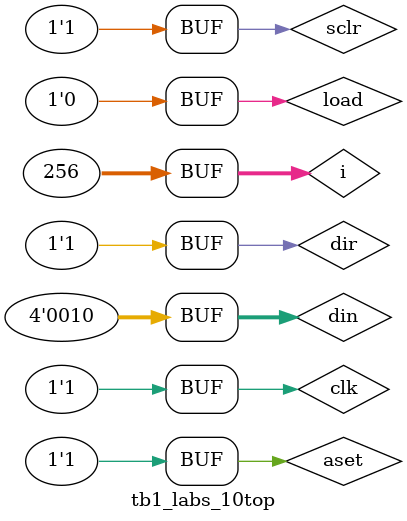
<source format=v>
`timescale 1 ns/ 1 ns
module tb1_labs_10top;

reg clk, aset, sclr, load, dir;
reg  [3:0] din;
wire [3:0] cnt_qout;
integer i;

lab4_1 t(clk, aset, sclr, load, dir, din, cnt_qout);

initial begin
	clk = 0;
	din = 2;
	for (i = 0; i < 2**8; i = i + 1) begin
		{aset, sclr, load, dir} = i[7:4]; 
		clk = i[0];
		#20;
	end
	{aset, sclr, load} = 3'b110;

	for (i = 0; i < 2**8; i = i + 1) begin
		dir = i[7];
		clk = i[0];
		#20;
	end
end

endmodule

</source>
